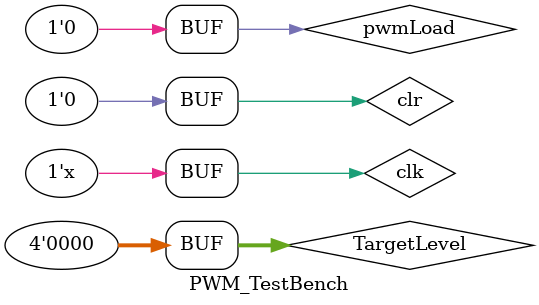
<source format=v>

/*
    PWM_Testbench.v
*/

        
/************************************************************

	Simulation system asserts hard "Clear" for first 100ns

************************************************************/	


`timescale 1ns / 1ps

module PWM_TestBench;

    localparam Width = 4;
    localparam FCWidth = Width + 2; 
    
    reg [Width-1:0] TargetLevel;
    wire PWMOut;
    wire AtLevel;
    reg  clk;
    reg  clr;
    reg  pwmLoad;
                
    //localparam dbCase = 0;
    //localparam dbCase = 1;
    localparam dbCase = 4;
                    
    PWM #(.Width (Width), .FreeCounter_Width (FCWidth), .Deadband (dbCase)) 
     PWM1 (.Clk12MHz (clk), 
           .Clr (clr), 
           .PWMLoad (pwmLoad), 
           .RequestedLevel (TargetLevel), 
           .PWM (PWMOut), 
           .AtReqLevel (AtLevel));
        
    //
    // test bench initializations
    //    
    initial
    begin
        $display ("module: %m");
        //$monitor($time, "Load = %d, %d %d, %d", 
        //        pwmLoad, PWM1.Level, PWM1.level, PWM1.U1.Overflow);

        pwmLoad = 1'b0;    
        clk = 1'b0;
        clr = 1'b1;
        #50 clr = 0;  // clear is active high
    end
    
    //
    // clock period
    //
    always
        #5 clk = ~clk; //toggle clk 
        

    //
    // test run
    //
    initial
    begin
        #400 TargetLevel = 4'b1010;  
             pwmLoad = 1'b1;
         #10 pwmLoad = 1'b0;
             TargetLevel = 4'b0000;  // like in SPWM
         
         #7000 TargetLevel = 4'b0101; 
               pwmLoad = 1'b1;
         #10   pwmLoad = 1'b0;
               TargetLevel = 4'b0000;  // like in SPWM

         
//         #5000 TargetLevel = 4'b0011;
//               pwmLoad = 1'b1;
//         #10   pwmLoad = 1'b0;
         
          
    end
        
endmodule

</source>
